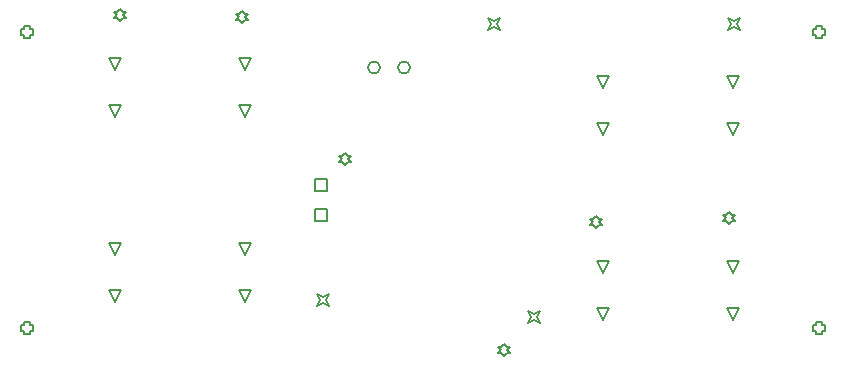
<source format=gbr>
G04*
G04 #@! TF.GenerationSoftware,Altium Limited,Altium Designer,23.0.1 (38)*
G04*
G04 Layer_Color=2752767*
%FSLAX25Y25*%
%MOIN*%
G70*
G04*
G04 #@! TF.SameCoordinates,E18D91D4-50B4-47E9-96DD-EFB38571A0BB*
G04*
G04*
G04 #@! TF.FilePolarity,Positive*
G04*
G01*
G75*
%ADD37C,0.00500*%
%ADD38C,0.00667*%
D37*
X41346Y82032D02*
X39347Y86032D01*
X43347D01*
X41346Y82032D01*
X84654Y20221D02*
X82653Y24220D01*
X86654D01*
X84654Y20221D01*
Y97780D02*
X82653Y101779D01*
X86654D01*
X84654Y97780D01*
Y35969D02*
X82653Y39968D01*
X86654D01*
X84654Y35969D01*
X41346Y97780D02*
X39347Y101779D01*
X43347D01*
X41346Y97780D01*
X84654Y82032D02*
X82653Y86032D01*
X86654D01*
X84654Y82032D01*
X41346Y20221D02*
X39347Y24220D01*
X43347D01*
X41346Y20221D01*
Y35969D02*
X39347Y39968D01*
X43347D01*
X41346Y35969D01*
X274716Y10811D02*
Y9811D01*
X276716D01*
Y10811D01*
X277716D01*
Y12811D01*
X276716D01*
Y13811D01*
X274716D01*
Y12811D01*
X273716D01*
Y10811D01*
X274716D01*
Y109236D02*
Y108236D01*
X276716D01*
Y109236D01*
X277716D01*
Y111236D01*
X276716D01*
Y112236D01*
X274716D01*
Y111236D01*
X273716D01*
Y109236D01*
X274716D01*
X10811D02*
Y108236D01*
X12811D01*
Y109236D01*
X13811D01*
Y111236D01*
X12811D01*
Y112236D01*
X10811D01*
Y111236D01*
X9811D01*
Y109236D01*
X10811D01*
Y10811D02*
Y9811D01*
X12811D01*
Y10811D01*
X13811D01*
Y12811D01*
X12811D01*
Y13811D01*
X10811D01*
Y12811D01*
X9811D01*
Y10811D01*
X10811D01*
X179000Y13500D02*
X180000Y15500D01*
X179000Y17500D01*
X181000Y16500D01*
X183000Y17500D01*
X182000Y15500D01*
X183000Y13500D01*
X181000Y14500D01*
X179000Y13500D01*
X245500Y111000D02*
X246500Y113000D01*
X245500Y115000D01*
X247500Y114000D01*
X249500Y115000D01*
X248500Y113000D01*
X249500Y111000D01*
X247500Y112000D01*
X245500Y111000D01*
X165500D02*
X166500Y113000D01*
X165500Y115000D01*
X167500Y114000D01*
X169500Y115000D01*
X168500Y113000D01*
X169500Y111000D01*
X167500Y112000D01*
X165500Y111000D01*
X108500Y19000D02*
X109500Y21000D01*
X108500Y23000D01*
X110500Y22000D01*
X112500Y23000D01*
X111500Y21000D01*
X112500Y19000D01*
X110500Y20000D01*
X108500Y19000D01*
X247153Y76032D02*
X245153Y80032D01*
X249153D01*
X247153Y76032D01*
Y91780D02*
X245153Y95780D01*
X249153D01*
X247153Y91780D01*
X203847Y29969D02*
X201847Y33968D01*
X205847D01*
X203847Y29969D01*
X247153Y14220D02*
X245153Y18221D01*
X249153D01*
X247153Y14220D01*
X203847Y76032D02*
X201847Y80032D01*
X205847D01*
X203847Y76032D01*
Y14220D02*
X201847Y18221D01*
X205847D01*
X203847Y14220D01*
Y91780D02*
X201847Y95780D01*
X205847D01*
X203847Y91780D01*
X247153Y29969D02*
X245153Y33968D01*
X249153D01*
X247153Y29969D01*
X108000Y47500D02*
Y51500D01*
X112000D01*
Y47500D01*
X108000D01*
Y57500D02*
Y61500D01*
X112000D01*
Y57500D01*
X108000D01*
X246000Y46500D02*
X247000Y47500D01*
X248000D01*
X247000Y48500D01*
X248000Y49500D01*
X247000D01*
X246000Y50500D01*
X245000Y49500D01*
X244000D01*
X245000Y48500D01*
X244000Y47500D01*
X245000D01*
X246000Y46500D01*
X201500Y45000D02*
X202500Y46000D01*
X203500D01*
X202500Y47000D01*
X203500Y48000D01*
X202500D01*
X201500Y49000D01*
X200500Y48000D01*
X199500D01*
X200500Y47000D01*
X199500Y46000D01*
X200500D01*
X201500Y45000D01*
X171000Y2500D02*
X172000Y3500D01*
X173000D01*
X172000Y4500D01*
X173000Y5500D01*
X172000D01*
X171000Y6500D01*
X170000Y5500D01*
X169000D01*
X170000Y4500D01*
X169000Y3500D01*
X170000D01*
X171000Y2500D01*
X83500Y113500D02*
X84500Y114500D01*
X85500D01*
X84500Y115500D01*
X85500Y116500D01*
X84500D01*
X83500Y117500D01*
X82500Y116500D01*
X81500D01*
X82500Y115500D01*
X81500Y114500D01*
X82500D01*
X83500Y113500D01*
X43000Y114000D02*
X44000Y115000D01*
X45000D01*
X44000Y116000D01*
X45000Y117000D01*
X44000D01*
X43000Y118000D01*
X42000Y117000D01*
X41000D01*
X42000Y116000D01*
X41000Y115000D01*
X42000D01*
X43000Y114000D01*
X118000Y66000D02*
X119000Y67000D01*
X120000D01*
X119000Y68000D01*
X120000Y69000D01*
X119000D01*
X118000Y70000D01*
X117000Y69000D01*
X116000D01*
X117000Y68000D01*
X116000Y67000D01*
X117000D01*
X118000Y66000D01*
D38*
X129500Y98500D02*
G03*
X129500Y98500I-2000J0D01*
G01*
X139500D02*
G03*
X139500Y98500I-2000J0D01*
G01*
M02*

</source>
